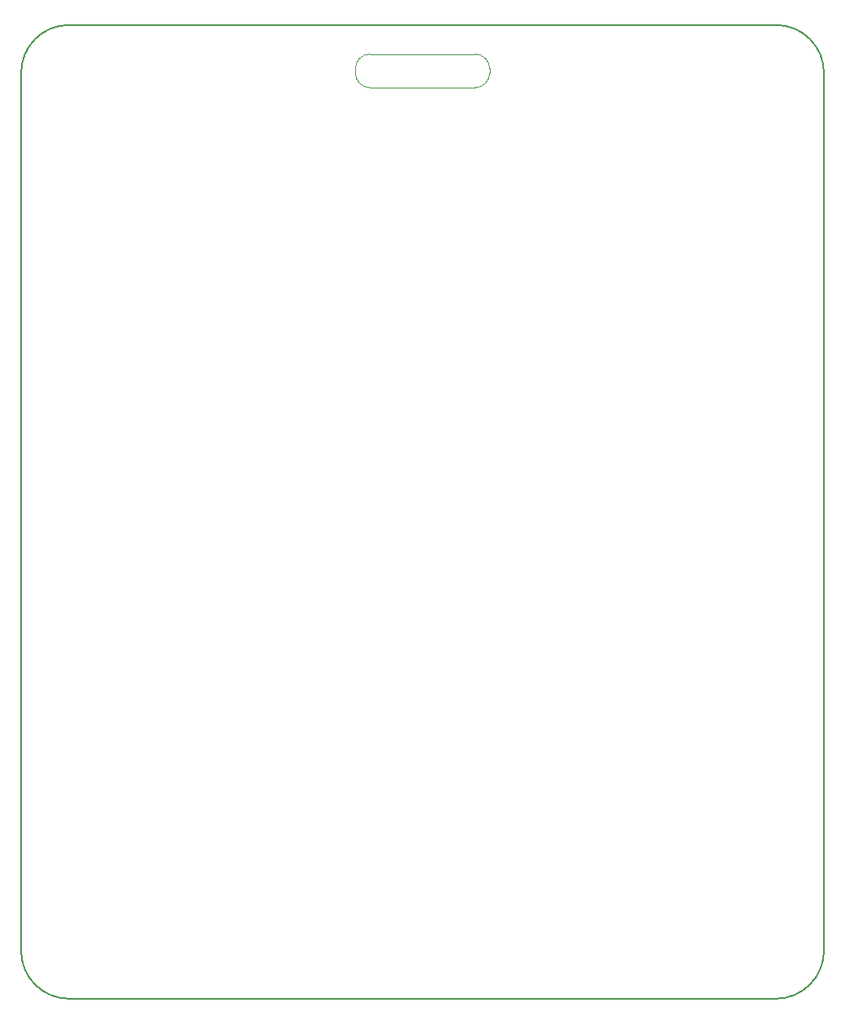
<source format=gbr>
%TF.GenerationSoftware,KiCad,Pcbnew,8.0.8*%
%TF.CreationDate,2025-02-16T11:43:37+02:00*%
%TF.ProjectId,Solder practice heart,536f6c64-6572-4207-9072-616374696365,rev?*%
%TF.SameCoordinates,Original*%
%TF.FileFunction,Profile,NP*%
%FSLAX46Y46*%
G04 Gerber Fmt 4.6, Leading zero omitted, Abs format (unit mm)*
G04 Created by KiCad (PCBNEW 8.0.8) date 2025-02-16 11:43:37*
%MOMM*%
%LPD*%
G01*
G04 APERTURE LIST*
%TA.AperFunction,Profile*%
%ADD10C,0.200000*%
%TD*%
%TA.AperFunction,Profile*%
%ADD11C,0.050000*%
%TD*%
G04 APERTURE END LIST*
D10*
X115490000Y-50800000D02*
X189310000Y-50800000D01*
D11*
X157900000Y-57340000D02*
X146900000Y-57340000D01*
X146900000Y-53840000D02*
X157900000Y-53840000D01*
D10*
X189310000Y-50800000D02*
G75*
G02*
X194310000Y-55800000I0J-5000000D01*
G01*
X194310000Y-147400000D02*
G75*
G02*
X189310000Y-152400000I-5000000J0D01*
G01*
X110490000Y-147400000D02*
X110490000Y-55800000D01*
D11*
X159400000Y-55840000D02*
G75*
G02*
X157900000Y-57340000I-1500000J0D01*
G01*
X159400000Y-55340000D02*
X159400000Y-55840000D01*
X157900000Y-53840000D02*
G75*
G02*
X159400000Y-55340000I0J-1500000D01*
G01*
X146900000Y-57340000D02*
G75*
G02*
X145400000Y-55840000I0J1500000D01*
G01*
X145400000Y-55340000D02*
G75*
G02*
X146900000Y-53840000I1500000J0D01*
G01*
D10*
X189310000Y-152400000D02*
X115490000Y-152400000D01*
D11*
X145400000Y-55840000D02*
X145400000Y-55340000D01*
D10*
X115490000Y-152400000D02*
G75*
G02*
X110490000Y-147400000I0J5000000D01*
G01*
X110490000Y-55800000D02*
G75*
G02*
X115490000Y-50800000I5000000J0D01*
G01*
X194310000Y-55800000D02*
X194310000Y-147400000D01*
M02*

</source>
